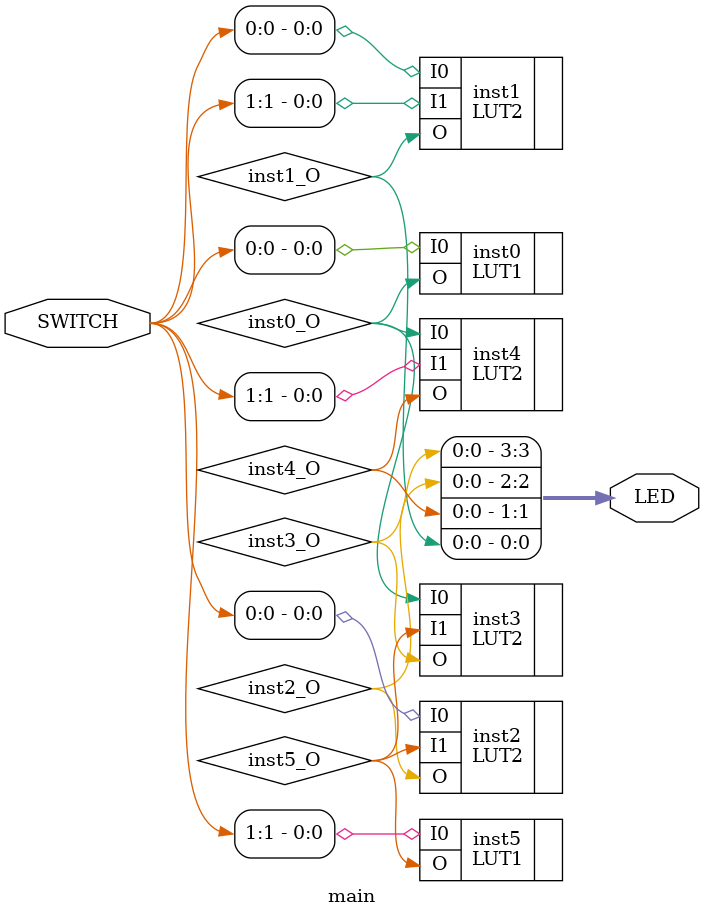
<source format=v>
module main (input [0:1] SWITCH, output [0:3] LED);
wire inst0_O;
wire inst1_O;
wire inst2_O;
wire inst3_O;
wire inst4_O;
wire inst5_O;
LUT1 #(.INIT(2'h1)) inst0 (.I0(SWITCH[0]), .O(inst0_O));
LUT2 #(.INIT(4'h8)) inst1 (.I0(SWITCH[0]), .I1(SWITCH[1]), .O(inst1_O));
LUT2 #(.INIT(4'h8)) inst2 (.I0(SWITCH[0]), .I1(inst5_O), .O(inst2_O));
LUT2 #(.INIT(4'h8)) inst3 (.I0(inst0_O), .I1(inst5_O), .O(inst3_O));
LUT2 #(.INIT(4'h8)) inst4 (.I0(inst0_O), .I1(SWITCH[1]), .O(inst4_O));
LUT1 #(.INIT(2'h1)) inst5 (.I0(SWITCH[1]), .O(inst5_O));
assign LED = {inst3_O, inst2_O, inst4_O, inst1_O};
endmodule


</source>
